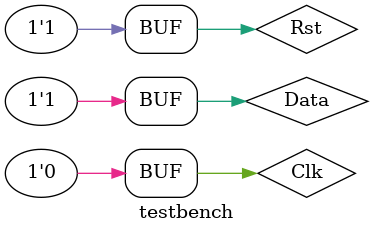
<source format=v>
module testbench;
    reg Data;
    reg Clk;
    reg Rst;
    wire q;

    dff DFF(.data(Data),.clk(Clk),.reset(Rst),.q(q));
    
    initial begin
        $monitor("data=%x clk=%x reset=%x q=%x",Data,Clk,Rst,q);

        #0 Data=1'b1; Clk=1'b0; Rst=1'b0; 
        #1 Data=1'b1; Clk=1'b1; Rst=1'b1;
        #2 Data=1'b1; Clk=1'b0; Rst=1'b1; 
        #3 Data=1'b1; Clk=1'b1; Rst=1'b1; 
        #4 Data=1'b0; Clk=1'b0; Rst=1'b1;
        #5 Data=1'b0; Clk=1'b1; Rst=1'b1;
        #6 Data=1'b1; Clk=1'b0; Rst=1'b1;


    end
endmodule // testbench

</source>
